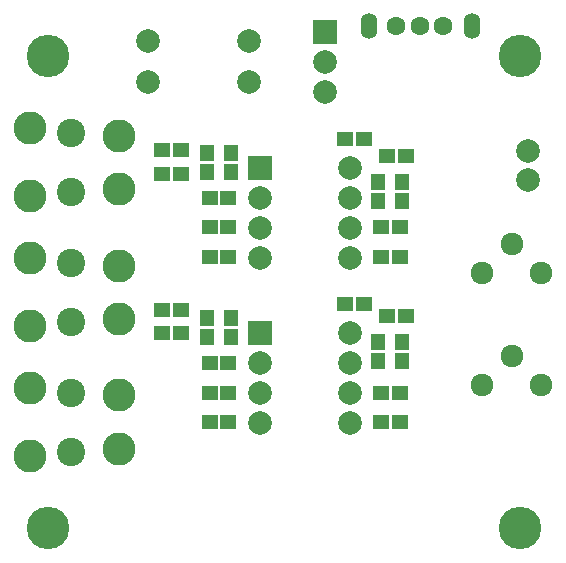
<source format=gts>
G04 #@! TF.FileFunction,Soldermask,Top*
%FSLAX46Y46*%
G04 Gerber Fmt 4.6, Leading zero omitted, Abs format (unit mm)*
G04 Created by KiCad (PCBNEW 4.0.1-stable) date 2018/08/01 23:42:05*
%MOMM*%
G01*
G04 APERTURE LIST*
%ADD10C,0.100000*%
%ADD11R,2.000000X2.000000*%
%ADD12C,2.000000*%
%ADD13R,1.400000X1.300000*%
%ADD14R,1.300000X1.400000*%
%ADD15C,2.800000*%
%ADD16C,2.400000*%
%ADD17C,3.600000*%
%ADD18C,1.924000*%
%ADD19C,1.600000*%
%ADD20O,1.400000X2.200000*%
G04 APERTURE END LIST*
D10*
D11*
X23000000Y-28500000D03*
D12*
X23000000Y-31040000D03*
X23000000Y-33580000D03*
X23000000Y-36120000D03*
X30620000Y-36120000D03*
X30620000Y-33580000D03*
X30620000Y-31040000D03*
X30620000Y-28500000D03*
D13*
X20300000Y-19500000D03*
X18700000Y-19500000D03*
D14*
X18500000Y-13200000D03*
X18500000Y-14800000D03*
X35000000Y-15700000D03*
X35000000Y-17300000D03*
D13*
X16300000Y-15000000D03*
X14700000Y-15000000D03*
D14*
X18500000Y-27200000D03*
X18500000Y-28800000D03*
X35000000Y-29200000D03*
X35000000Y-30800000D03*
D13*
X16300000Y-28500000D03*
X14700000Y-28500000D03*
D15*
X3500000Y-11100000D03*
X3500000Y-16900000D03*
D16*
X7000000Y-11500000D03*
X7000000Y-16500000D03*
D15*
X11000000Y-11750000D03*
X11000000Y-16250000D03*
X3500000Y-33100000D03*
X3500000Y-38900000D03*
D16*
X7000000Y-33500000D03*
X7000000Y-38500000D03*
D15*
X11000000Y-33750000D03*
X11000000Y-38250000D03*
D13*
X16300000Y-13000000D03*
X14700000Y-13000000D03*
D14*
X20500000Y-13200000D03*
X20500000Y-14800000D03*
X33000000Y-15700000D03*
X33000000Y-17300000D03*
D13*
X20300000Y-17000000D03*
X18700000Y-17000000D03*
X33200000Y-19500000D03*
X34800000Y-19500000D03*
X33700000Y-13500000D03*
X35300000Y-13500000D03*
X33200000Y-22000000D03*
X34800000Y-22000000D03*
X16300000Y-26500000D03*
X14700000Y-26500000D03*
D14*
X20500000Y-27200000D03*
X20500000Y-28800000D03*
X33000000Y-29200000D03*
X33000000Y-30800000D03*
D13*
X20300000Y-31000000D03*
X18700000Y-31000000D03*
X33200000Y-33500000D03*
X34800000Y-33500000D03*
X33700000Y-27000000D03*
X35300000Y-27000000D03*
X20300000Y-33500000D03*
X18700000Y-33500000D03*
X33200000Y-36000000D03*
X34800000Y-36000000D03*
D11*
X28500000Y-3000000D03*
D12*
X28500000Y-5540000D03*
X28500000Y-8080000D03*
D11*
X23000000Y-14500000D03*
D12*
X23000000Y-17040000D03*
X23000000Y-19580000D03*
X23000000Y-22120000D03*
X30620000Y-22120000D03*
X30620000Y-19580000D03*
X30620000Y-17040000D03*
X30620000Y-14500000D03*
X13500000Y-7250000D03*
X13500000Y-3750000D03*
X22000000Y-3750000D03*
X22000000Y-7250000D03*
D15*
X3500000Y-22100000D03*
X3500000Y-27900000D03*
D16*
X7000000Y-22500000D03*
X7000000Y-27500000D03*
D15*
X11000000Y-22750000D03*
X11000000Y-27250000D03*
D17*
X45000000Y-5000000D03*
X5000000Y-5000000D03*
X5000000Y-45000000D03*
X45000000Y-45000000D03*
D12*
X45650000Y-15550000D03*
X45650000Y-13050000D03*
D18*
X44300000Y-20900000D03*
X41800000Y-23400000D03*
X46800000Y-23400000D03*
X44300000Y-30400000D03*
X41800000Y-32900000D03*
X46800000Y-32900000D03*
D13*
X30200000Y-12000000D03*
X31800000Y-12000000D03*
X30200000Y-26000000D03*
X31800000Y-26000000D03*
X18700000Y-22000000D03*
X20300000Y-22000000D03*
X18700000Y-36000000D03*
X20300000Y-36000000D03*
D19*
X38500000Y-2500000D03*
X34500000Y-2500000D03*
D20*
X32200000Y-2500000D03*
X40900000Y-2500000D03*
D19*
X36500000Y-2500000D03*
M02*

</source>
